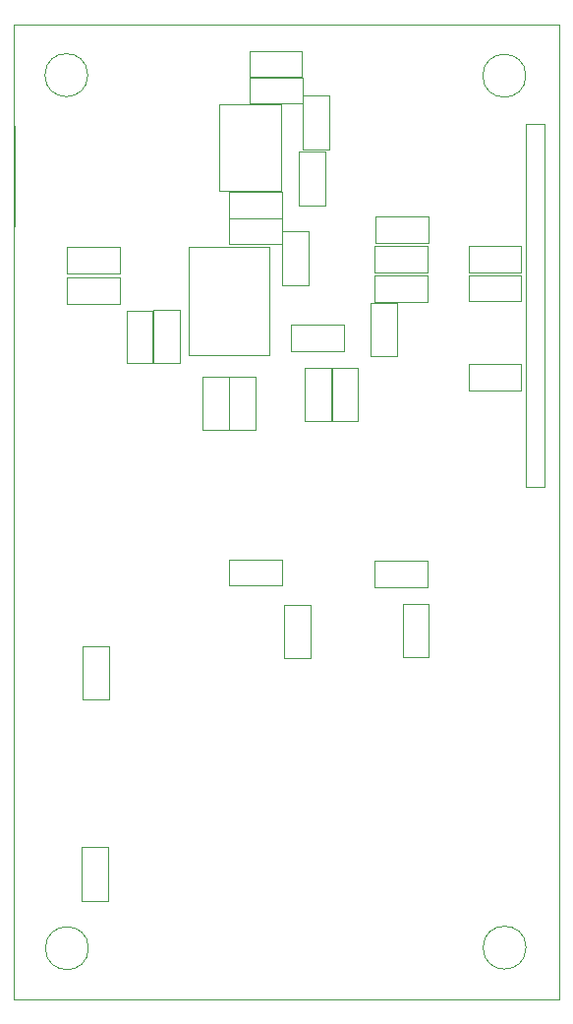
<source format=gbr>
%TF.GenerationSoftware,KiCad,Pcbnew,7.0.1*%
%TF.CreationDate,2023-09-27T13:21:01+00:00*%
%TF.ProjectId,SI4735,53493437-3335-42e6-9b69-6361645f7063,rev?*%
%TF.SameCoordinates,Original*%
%TF.FileFunction,Other,User*%
%FSLAX45Y45*%
G04 Gerber Fmt 4.5, Leading zero omitted, Abs format (unit mm)*
G04 Created by KiCad (PCBNEW 7.0.1) date 2023-09-27 13:21:01*
%MOMM*%
%LPD*%
G01*
G04 APERTURE LIST*
%ADD10C,0.050000*%
%TA.AperFunction,Profile*%
%ADD11C,0.050000*%
%TD*%
%TA.AperFunction,Profile*%
%ADD12C,0.100000*%
%TD*%
G04 APERTURE END LIST*
D10*
%TO.C,R13*%
X16867270Y-11079160D02*
X16867270Y-10855160D01*
X16867270Y-10855160D02*
X16411270Y-10855160D01*
X16411270Y-11079160D02*
X16867270Y-11079160D01*
X16411270Y-10855160D02*
X16411270Y-11079160D01*
%TO.C,C2*%
X13077000Y-15472500D02*
X13307000Y-15472500D01*
X13307000Y-15472500D02*
X13307000Y-15012500D01*
X13077000Y-15012500D02*
X13077000Y-15472500D01*
X13307000Y-15012500D02*
X13077000Y-15012500D01*
%TO.C,R6*%
X14803000Y-9597000D02*
X14803000Y-9373000D01*
X14803000Y-9373000D02*
X14347000Y-9373000D01*
X14347000Y-9597000D02*
X14803000Y-9597000D01*
X14347000Y-9373000D02*
X14347000Y-9597000D01*
%TO.C,C6*%
X14805000Y-10170000D02*
X15035000Y-10170000D01*
X15035000Y-10170000D02*
X15035000Y-9710000D01*
X14805000Y-9710000D02*
X14805000Y-10170000D01*
X15035000Y-9710000D02*
X14805000Y-9710000D01*
%TO.C,R19*%
X15236750Y-11340260D02*
X15460750Y-11340260D01*
X15460750Y-11340260D02*
X15460750Y-10884260D01*
X15236750Y-10884260D02*
X15236750Y-11340260D01*
X15460750Y-10884260D02*
X15236750Y-10884260D01*
%TO.C,R4*%
X15793960Y-10324630D02*
X15569960Y-10324630D01*
X15569960Y-10324630D02*
X15569960Y-10780630D01*
X15793960Y-10780630D02*
X15793960Y-10324630D01*
X15569960Y-10780630D02*
X15793960Y-10780630D01*
%TO.C,C9*%
X15179000Y-9026500D02*
X14949000Y-9026500D01*
X14949000Y-9026500D02*
X14949000Y-9486500D01*
X15179000Y-9486500D02*
X15179000Y-9026500D01*
X14949000Y-9486500D02*
X15179000Y-9486500D01*
%TO.C,R17*%
X13922000Y-10388250D02*
X13698000Y-10388250D01*
X13698000Y-10388250D02*
X13698000Y-10844250D01*
X13922000Y-10844250D02*
X13922000Y-10388250D01*
X13698000Y-10844250D02*
X13922000Y-10844250D01*
%TO.C,C10*%
X12950000Y-9845000D02*
X12950000Y-10075000D01*
X12950000Y-10075000D02*
X13410000Y-10075000D01*
X13410000Y-9845000D02*
X12950000Y-9845000D01*
X13410000Y-10075000D02*
X13410000Y-9845000D01*
%TO.C,R11*%
X16867270Y-10311660D02*
X16867270Y-10087660D01*
X16867270Y-10087660D02*
X16411270Y-10087660D01*
X16411270Y-10311660D02*
X16867270Y-10311660D01*
X16411270Y-10087660D02*
X16411270Y-10311660D01*
%TO.C,R21*%
X15004250Y-11340260D02*
X15228250Y-11340260D01*
X15228250Y-11340260D02*
X15228250Y-10884260D01*
X15004250Y-10884260D02*
X15004250Y-11340260D01*
X15228250Y-10884260D02*
X15004250Y-10884260D01*
%TO.C,R1*%
X15608250Y-9583000D02*
X15608250Y-9807000D01*
X15608250Y-9807000D02*
X16064250Y-9807000D01*
X16064250Y-9583000D02*
X15608250Y-9583000D01*
X16064250Y-9807000D02*
X16064250Y-9583000D01*
%TO.C,R20*%
X14823250Y-13381750D02*
X15047250Y-13381750D01*
X15047250Y-13381750D02*
X15047250Y-12925750D01*
X14823250Y-12925750D02*
X14823250Y-13381750D01*
X15047250Y-12925750D02*
X14823250Y-12925750D01*
%TO.C,C24*%
X14347500Y-10962500D02*
X14117500Y-10962500D01*
X14117500Y-10962500D02*
X14117500Y-11422500D01*
X14347500Y-11422500D02*
X14347500Y-10962500D01*
X14117500Y-11422500D02*
X14347500Y-11422500D01*
%TO.C,C13*%
X12952500Y-10105000D02*
X12952500Y-10335000D01*
X12952500Y-10335000D02*
X13412500Y-10335000D01*
X13412500Y-10105000D02*
X12952500Y-10105000D01*
X13412500Y-10335000D02*
X13412500Y-10105000D01*
%TO.C,R3*%
X16056210Y-10315180D02*
X16056210Y-10091180D01*
X16056210Y-10091180D02*
X15600210Y-10091180D01*
X15600210Y-10315180D02*
X16056210Y-10315180D01*
X15600210Y-10091180D02*
X15600210Y-10315180D01*
%TO.C,R22*%
X14801750Y-12757000D02*
X14801750Y-12533000D01*
X14801750Y-12533000D02*
X14345750Y-12533000D01*
X14345750Y-12757000D02*
X14801750Y-12757000D01*
X14345750Y-12533000D02*
X14345750Y-12757000D01*
%TO.C,R5*%
X14801750Y-9822000D02*
X14801750Y-9598000D01*
X14801750Y-9598000D02*
X14345750Y-9598000D01*
X14345750Y-9822000D02*
X14801750Y-9822000D01*
X14345750Y-9598000D02*
X14345750Y-9822000D01*
%TO.C,R10*%
X14980500Y-8609500D02*
X14980500Y-8385500D01*
X14980500Y-8385500D02*
X14524500Y-8385500D01*
X14524500Y-8609500D02*
X14980500Y-8609500D01*
X14524500Y-8385500D02*
X14524500Y-8609500D01*
%TO.C,U6*%
X14002500Y-9844250D02*
X14692500Y-9844250D01*
X14002500Y-10774250D02*
X14002500Y-9844250D01*
X14002500Y-10774250D02*
X14692500Y-10774250D01*
X14692500Y-10774250D02*
X14692500Y-9844250D01*
%TO.C,R2*%
X16055810Y-10061180D02*
X16055810Y-9837180D01*
X16055810Y-9837180D02*
X15599810Y-9837180D01*
X15599810Y-10061180D02*
X16055810Y-10061180D01*
X15599810Y-9837180D02*
X15599810Y-10061180D01*
%TO.C,R9*%
X14979250Y-8382000D02*
X14979250Y-8158000D01*
X14979250Y-8158000D02*
X14523250Y-8158000D01*
X14523250Y-8382000D02*
X14979250Y-8382000D01*
X14523250Y-8158000D02*
X14523250Y-8382000D01*
%TO.C,R12*%
X16867270Y-10061660D02*
X16867270Y-9837660D01*
X16867270Y-9837660D02*
X16411270Y-9837660D01*
X16411270Y-10061660D02*
X16867270Y-10061660D01*
X16411270Y-9837660D02*
X16411270Y-10061660D01*
%TO.C,C15*%
X15340000Y-10740000D02*
X15340000Y-10510000D01*
X15340000Y-10510000D02*
X14880000Y-10510000D01*
X14880000Y-10740000D02*
X15340000Y-10740000D01*
X14880000Y-10510000D02*
X14880000Y-10740000D01*
%TO.C,C23*%
X14577500Y-10962500D02*
X14347500Y-10962500D01*
X14347500Y-10962500D02*
X14347500Y-11422500D01*
X14577500Y-11422500D02*
X14577500Y-10962500D01*
X14347500Y-11422500D02*
X14577500Y-11422500D01*
%TO.C,C3*%
X13315000Y-13277500D02*
X13085000Y-13277500D01*
X13085000Y-13277500D02*
X13085000Y-13737500D01*
X13315000Y-13737500D02*
X13315000Y-13277500D01*
X13085000Y-13737500D02*
X13315000Y-13737500D01*
%TO.C,R16*%
X15845500Y-13371750D02*
X16069500Y-13371750D01*
X16069500Y-13371750D02*
X16069500Y-12915750D01*
X15845500Y-12915750D02*
X15845500Y-13371750D01*
X16069500Y-12915750D02*
X15845500Y-12915750D01*
%TO.C,R7*%
X13689500Y-10390750D02*
X13465500Y-10390750D01*
X13465500Y-10390750D02*
X13465500Y-10846750D01*
X13689500Y-10846750D02*
X13689500Y-10390750D01*
X13465500Y-10846750D02*
X13689500Y-10846750D01*
%TO.C,R18*%
X15605750Y-12545260D02*
X15605750Y-12769260D01*
X15605750Y-12769260D02*
X16061750Y-12769260D01*
X16061750Y-12545260D02*
X15605750Y-12545260D01*
X16061750Y-12769260D02*
X16061750Y-12545260D01*
%TO.C,U3*%
X14261000Y-9360000D02*
X14261000Y-8619000D01*
X14801500Y-9360000D02*
X14261000Y-9360000D01*
X14801500Y-9360000D02*
X14801500Y-8619000D01*
X14801500Y-8619000D02*
X14261000Y-8619000D01*
%TO.C,C4*%
X14980000Y-9002500D02*
X15210000Y-9002500D01*
X15210000Y-9002500D02*
X15210000Y-8542500D01*
X14980000Y-8542500D02*
X14980000Y-9002500D01*
X15210000Y-8542500D02*
X14980000Y-8542500D01*
%TD*%
D11*
X16904814Y-8370000D02*
G75*
G03*
X16904814Y-8370000I-184814J0D01*
G01*
X13132314Y-8365000D02*
G75*
G03*
X13132314Y-8365000I-184814J0D01*
G01*
X13137500Y-15880000D02*
G75*
G03*
X13137500Y-15880000I-184814J0D01*
G01*
X16905000Y-8787500D02*
X17070000Y-8787500D01*
X17070000Y-11907500D01*
X16905000Y-11907500D01*
X16905000Y-8787500D01*
X16907314Y-15875000D02*
G75*
G03*
X16907314Y-15875000I-184814J0D01*
G01*
X12496500Y-7931500D02*
X17192500Y-7931500D01*
X17192500Y-16320000D01*
X12496500Y-16320000D01*
X12496500Y-7931500D01*
D12*
%TO.C,J3*%
X12499000Y-8804000D02*
X12499000Y-9664000D01*
%TO.C,J5*%
X12498500Y-10481000D02*
X12498500Y-11341000D01*
%TD*%
M02*

</source>
